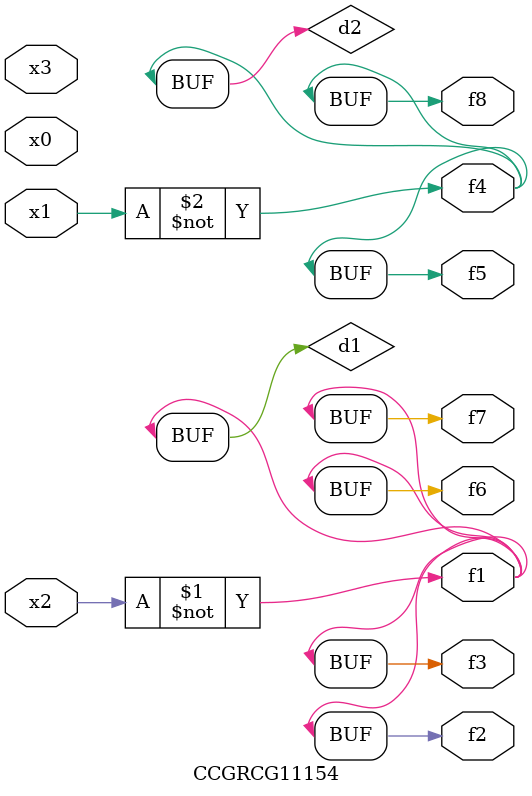
<source format=v>
module CCGRCG11154(
	input x0, x1, x2, x3,
	output f1, f2, f3, f4, f5, f6, f7, f8
);

	wire d1, d2;

	xnor (d1, x2);
	not (d2, x1);
	assign f1 = d1;
	assign f2 = d1;
	assign f3 = d1;
	assign f4 = d2;
	assign f5 = d2;
	assign f6 = d1;
	assign f7 = d1;
	assign f8 = d2;
endmodule

</source>
